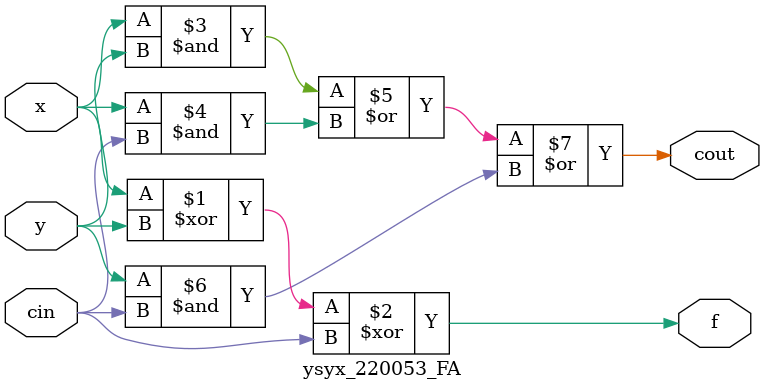
<source format=v>
module ysyx_220053_FA(
    output f,cout,
    input x,y,cin
);
    assign f= x ^ y ^ cin;
    assign cout= (x & y) | (x & cin) | (y & cin);
endmodule

</source>
